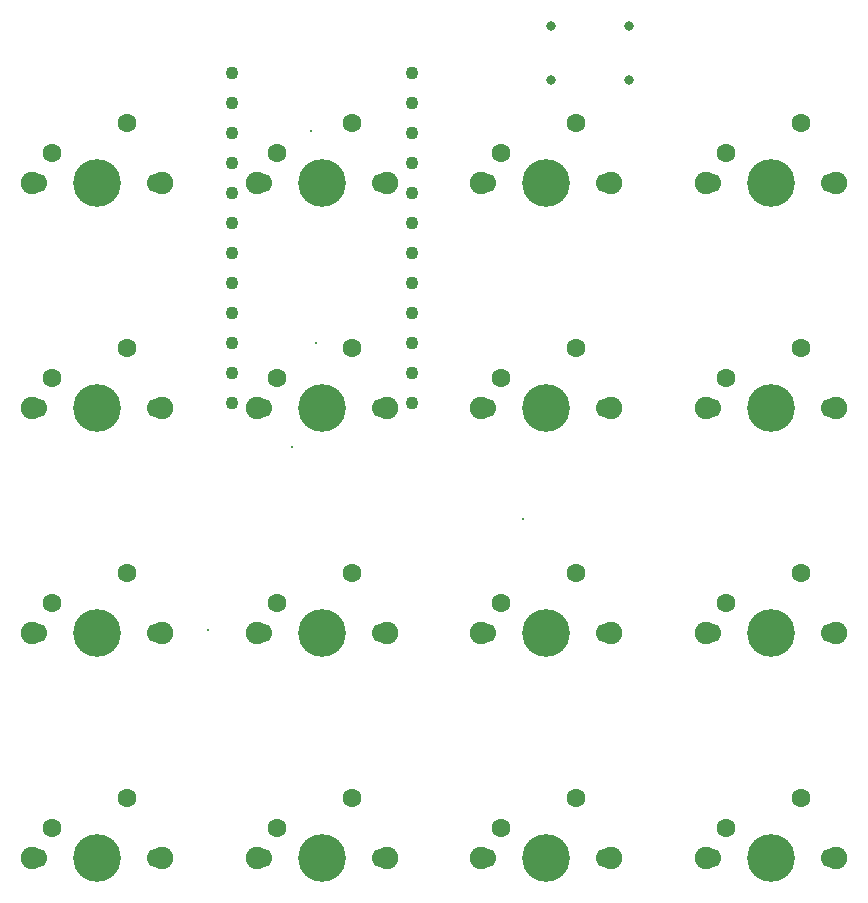
<source format=gbr>
%TF.GenerationSoftware,Altium Limited,Altium Designer,20.1.12 (249)*%
G04 Layer_Color=0*
%FSLAX26Y26*%
%MOIN*%
%TF.SameCoordinates,D75832AC-A100-412D-90FB-EBA7F01B91C8*%
%TF.FilePolarity,Positive*%
%TF.FileFunction,Plated,1,2,PTH,Drill*%
%TF.Part,Single*%
G01*
G75*
%TA.AperFunction,ComponentDrill*%
%ADD31C,0.159449*%
%ADD32C,0.074803*%
%ADD33C,0.066929*%
%ADD34C,0.062992*%
%ADD35C,0.042992*%
%ADD36C,0.031496*%
%TA.AperFunction,ViaDrill,NotFilled*%
%ADD37C,0.011811*%
D31*
X1087382Y1832165D02*
D03*
X1836594Y2581378D02*
D03*
X1087389Y2581381D02*
D03*
X338169Y333740D02*
D03*
X1087382D02*
D03*
X1836594Y333740D02*
D03*
X2585807D02*
D03*
X1836605Y1082953D02*
D03*
X338169D02*
D03*
X1087382D02*
D03*
X2585807Y1082953D02*
D03*
X338169Y1832165D02*
D03*
X1836605D02*
D03*
X2585807Y1832165D02*
D03*
X338176Y2581381D02*
D03*
X2585807Y2581378D02*
D03*
D32*
X1303917Y1832165D02*
D03*
X870846D02*
D03*
X2053130Y2581378D02*
D03*
X1620059D02*
D03*
X1303925Y2581381D02*
D03*
X870854D02*
D03*
X554705Y333740D02*
D03*
X121634D02*
D03*
X1303917D02*
D03*
X870846D02*
D03*
X2053130Y333740D02*
D03*
X1620059D02*
D03*
X2802343D02*
D03*
X2369272D02*
D03*
X2053140Y1082953D02*
D03*
X1620070D02*
D03*
X554705D02*
D03*
X121634D02*
D03*
X1303918D02*
D03*
X870846D02*
D03*
X2802343Y1082953D02*
D03*
X2369272D02*
D03*
X554705Y1832165D02*
D03*
X121634D02*
D03*
X2053140D02*
D03*
X1620069D02*
D03*
X2802343Y1832165D02*
D03*
X2369272D02*
D03*
X554712Y2581381D02*
D03*
X121641D02*
D03*
X2802343Y2581378D02*
D03*
X2369272D02*
D03*
D33*
X1287382Y1832165D02*
D03*
X887382D02*
D03*
X2036594Y2581378D02*
D03*
X1636594D02*
D03*
X1287389Y2581381D02*
D03*
X887389D02*
D03*
X538169Y333740D02*
D03*
X138169D02*
D03*
X1287382D02*
D03*
X887382D02*
D03*
X2036594Y333740D02*
D03*
X1636594D02*
D03*
X2785807D02*
D03*
X2385807D02*
D03*
X2036605Y1082953D02*
D03*
X1636605D02*
D03*
X538169D02*
D03*
X138169D02*
D03*
X1287382D02*
D03*
X887382D02*
D03*
X2785807Y1082953D02*
D03*
X2385807D02*
D03*
X538169Y1832165D02*
D03*
X138169D02*
D03*
X2036605D02*
D03*
X1636605D02*
D03*
X2785807Y1832165D02*
D03*
X2385807D02*
D03*
X538176Y2581381D02*
D03*
X138176D02*
D03*
X2785807Y2581378D02*
D03*
X2385807D02*
D03*
D34*
X1187382Y2032165D02*
D03*
X937382Y1932165D02*
D03*
X1936594Y2781378D02*
D03*
X1686594Y2681378D02*
D03*
X1187389Y2781381D02*
D03*
X937389Y2681381D02*
D03*
X438169Y533740D02*
D03*
X188169Y433740D02*
D03*
X1187382Y533740D02*
D03*
X937382Y433740D02*
D03*
X1936594Y533740D02*
D03*
X1686594Y433740D02*
D03*
X2685807Y533740D02*
D03*
X2435807Y433740D02*
D03*
X1936605Y1282953D02*
D03*
X1686605Y1182953D02*
D03*
X438169Y1282953D02*
D03*
X188169Y1182953D02*
D03*
X1187382Y1282953D02*
D03*
X937382Y1182953D02*
D03*
X2685807Y1282953D02*
D03*
X2435807Y1182953D02*
D03*
X438169Y2032165D02*
D03*
X188169Y1932165D02*
D03*
X1936605Y2032165D02*
D03*
X1686605Y1932165D02*
D03*
X2685807Y2032165D02*
D03*
X2435807Y1932165D02*
D03*
X438176Y2781381D02*
D03*
X188176Y2681381D02*
D03*
X2685807Y2781378D02*
D03*
X2435807Y2681378D02*
D03*
D35*
X787795Y2249213D02*
D03*
Y2949213D02*
D03*
Y2849213D02*
D03*
Y2649213D02*
D03*
Y2449213D02*
D03*
Y2549213D02*
D03*
Y2049213D02*
D03*
Y2149213D02*
D03*
Y1849213D02*
D03*
Y2749213D02*
D03*
Y2349213D02*
D03*
Y1949213D02*
D03*
X1387795Y2249213D02*
D03*
Y2949213D02*
D03*
Y2649213D02*
D03*
Y2849213D02*
D03*
Y2449213D02*
D03*
Y2549213D02*
D03*
Y2049213D02*
D03*
Y2149213D02*
D03*
Y1849213D02*
D03*
Y2349213D02*
D03*
Y1949213D02*
D03*
Y2749213D02*
D03*
D36*
X2112598Y3106693D02*
D03*
Y2925591D02*
D03*
X1852756Y3106693D02*
D03*
Y2925591D02*
D03*
D37*
X1068898Y2048228D02*
D03*
X989173Y1700787D02*
D03*
X708661Y1091535D02*
D03*
X1759842Y1461614D02*
D03*
X1053150Y2755905D02*
D03*
%TF.MD5,a0737c87d52af6d292d0caf84d82127b*%
M02*

</source>
